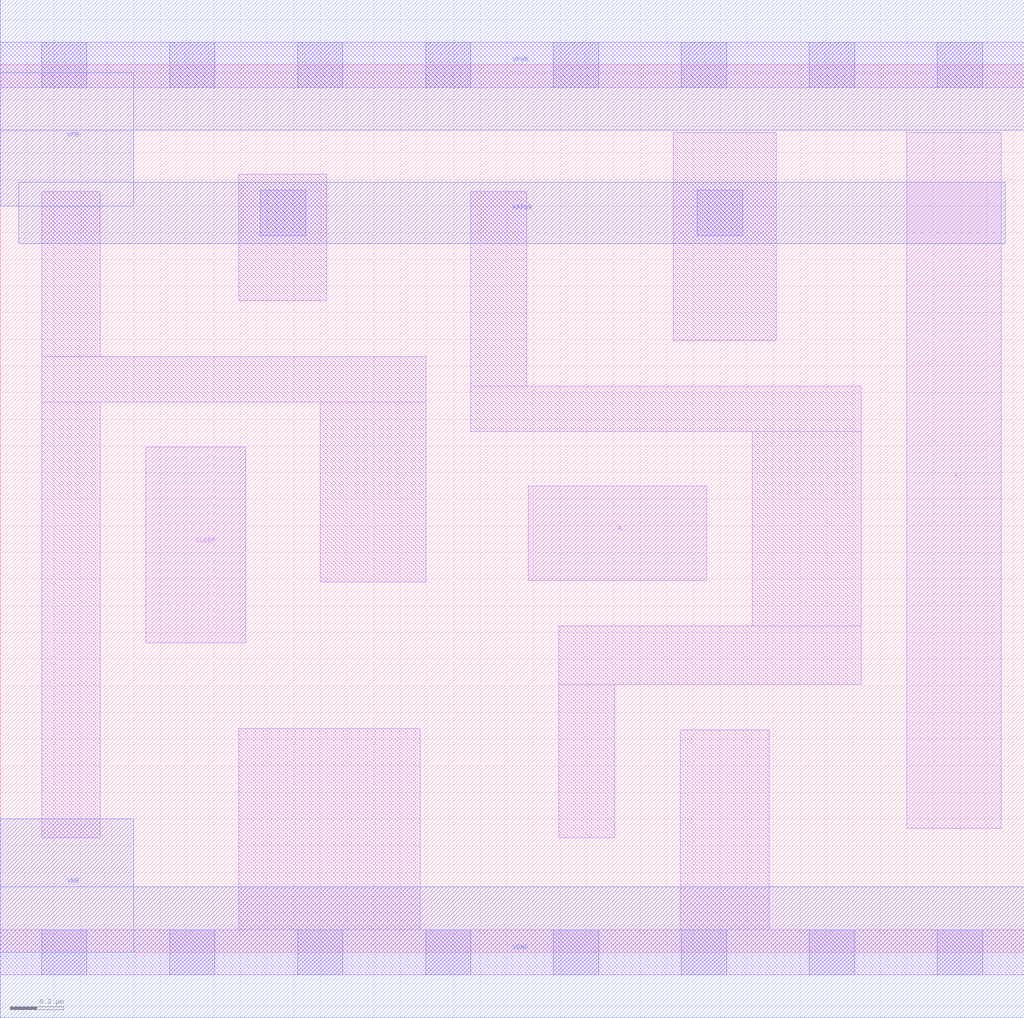
<source format=lef>
# Copyright 2020 The SkyWater PDK Authors
#
# Licensed under the Apache License, Version 2.0 (the "License");
# you may not use this file except in compliance with the License.
# You may obtain a copy of the License at
#
#     https://www.apache.org/licenses/LICENSE-2.0
#
# Unless required by applicable law or agreed to in writing, software
# distributed under the License is distributed on an "AS IS" BASIS,
# WITHOUT WARRANTIES OR CONDITIONS OF ANY KIND, either express or implied.
# See the License for the specific language governing permissions and
# limitations under the License.
#
# SPDX-License-Identifier: Apache-2.0

VERSION 5.5 ;
NAMESCASESENSITIVE ON ;
BUSBITCHARS "[]" ;
DIVIDERCHAR "/" ;
MACRO sky130_fd_sc_lp__iso0p_lp
  CLASS CORE ;
  SOURCE USER ;
  ORIGIN  0.000000  0.000000 ;
  SIZE  3.840000 BY  3.330000 ;
  SYMMETRY X Y R90 ;
  SITE unit ;
  PIN A
    ANTENNAGATEAREA  0.189000 ;
    DIRECTION INPUT ;
    USE SIGNAL ;
    PORT
      LAYER li1 ;
        RECT 1.980000 1.395000 2.650000 1.750000 ;
    END
  END A
  PIN SLEEP
    ANTENNAGATEAREA  0.252000 ;
    DIRECTION INPUT ;
    USE SIGNAL ;
    PORT
      LAYER li1 ;
        RECT 0.545000 1.160000 0.920000 1.895000 ;
    END
  END SLEEP
  PIN X
    ANTENNADIFFAREA  0.445200 ;
    DIRECTION OUTPUT ;
    USE SIGNAL ;
    PORT
      LAYER li1 ;
        RECT 3.400000 0.465000 3.755000 3.075000 ;
    END
  END X
  PIN KAPWR
    ANTENNADIFFAREA  0.483000 ;
    DIRECTION INOUT ;
    USE POWER ;
    PORT
      LAYER met1 ;
        RECT 0.070000 2.660000 3.770000 2.890000 ;
    END
  END KAPWR
  PIN VGND
    DIRECTION INOUT ;
    USE GROUND ;
    PORT
      LAYER met1 ;
        RECT 0.000000 -0.245000 3.840000 0.245000 ;
    END
  END VGND
  PIN VNB
    DIRECTION INOUT ;
    USE GROUND ;
    PORT
      LAYER met1 ;
        RECT 0.000000 0.000000 0.500000 0.500000 ;
    END
  END VNB
  PIN VPB
    DIRECTION INOUT ;
    USE POWER ;
    PORT
      LAYER met1 ;
        RECT 0.000000 2.800000 0.500000 3.300000 ;
    END
  END VPB
  PIN VPWR
    DIRECTION INOUT ;
    USE POWER ;
    PORT
      LAYER met1 ;
        RECT 0.000000 3.085000 3.840000 3.575000 ;
    END
  END VPWR
  OBS
    LAYER li1 ;
      RECT 0.000000 -0.085000 3.840000 0.085000 ;
      RECT 0.000000  3.245000 3.840000 3.415000 ;
      RECT 0.155000  0.430000 0.375000 2.065000 ;
      RECT 0.155000  2.065000 1.595000 2.235000 ;
      RECT 0.155000  2.235000 0.375000 2.855000 ;
      RECT 0.895000  0.085000 1.575000 0.840000 ;
      RECT 0.895000  2.445000 1.225000 2.920000 ;
      RECT 1.200000  1.390000 1.595000 2.065000 ;
      RECT 1.765000  1.955000 3.230000 2.125000 ;
      RECT 1.765000  2.125000 1.975000 2.855000 ;
      RECT 2.095000  0.430000 2.305000 1.005000 ;
      RECT 2.095000  1.005000 3.230000 1.225000 ;
      RECT 2.525000  2.295000 2.910000 3.075000 ;
      RECT 2.550000  0.085000 2.885000 0.835000 ;
      RECT 2.820000  1.225000 3.230000 1.955000 ;
    LAYER mcon ;
      RECT 0.155000 -0.085000 0.325000 0.085000 ;
      RECT 0.155000  3.245000 0.325000 3.415000 ;
      RECT 0.635000 -0.085000 0.805000 0.085000 ;
      RECT 0.635000  3.245000 0.805000 3.415000 ;
      RECT 0.975000  2.690000 1.145000 2.860000 ;
      RECT 1.115000 -0.085000 1.285000 0.085000 ;
      RECT 1.115000  3.245000 1.285000 3.415000 ;
      RECT 1.595000 -0.085000 1.765000 0.085000 ;
      RECT 1.595000  3.245000 1.765000 3.415000 ;
      RECT 2.075000 -0.085000 2.245000 0.085000 ;
      RECT 2.075000  3.245000 2.245000 3.415000 ;
      RECT 2.555000 -0.085000 2.725000 0.085000 ;
      RECT 2.555000  3.245000 2.725000 3.415000 ;
      RECT 2.615000  2.690000 2.785000 2.860000 ;
      RECT 3.035000 -0.085000 3.205000 0.085000 ;
      RECT 3.035000  3.245000 3.205000 3.415000 ;
      RECT 3.515000 -0.085000 3.685000 0.085000 ;
      RECT 3.515000  3.245000 3.685000 3.415000 ;
  END
END sky130_fd_sc_lp__iso0p_lp

</source>
